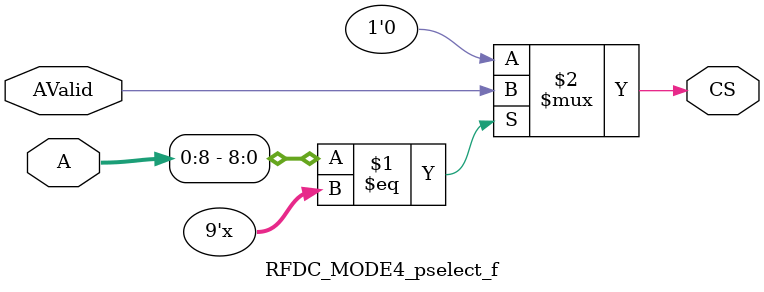
<source format=v>
`timescale 1 ps/1 ps

module RFDC_MODE4_pselect_f ( A, AValid, CS) ;

parameter C_AB  = 9;
parameter C_AW  = 32;
parameter [0:C_AW - 1] C_BAR =  'bz;
parameter C_FAMILY  = "nofamily";
input[0:C_AW-1] A; 
input AValid; 
output CS; 
wire CS;
parameter [0:C_AB-1]BAR = C_BAR[0:C_AB-1];

//----------------------------------------------------------------------------
// Build a behavioral decoder
//----------------------------------------------------------------------------
generate
if (C_AB > 0) begin : XST_WA
assign CS = (A[0:C_AB - 1] == BAR[0:C_AB - 1]) ? AValid : 1'b0 ;
end
endgenerate

generate
if (C_AB == 0) begin : PASS_ON_GEN
assign CS = AValid ;
end
endgenerate
endmodule

</source>
